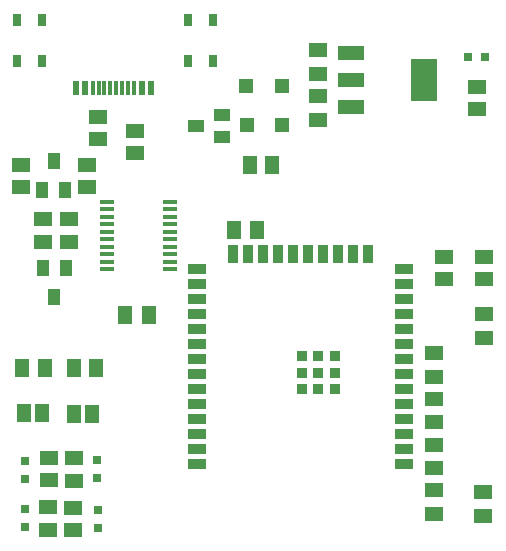
<source format=gbr>
G04 EAGLE Gerber RS-274X export*
G75*
%MOMM*%
%FSLAX34Y34*%
%LPD*%
%INSolderpaste Top*%
%IPPOS*%
%AMOC8*
5,1,8,0,0,1.08239X$1,22.5*%
G01*
G04 Define Apertures*
%ADD10R,0.600000X1.150000*%
%ADD11R,0.300000X1.150000*%
%ADD12R,2.235200X1.219200*%
%ADD13R,2.200000X3.600000*%
%ADD14R,1.500000X0.900000*%
%ADD15R,0.900000X1.500000*%
%ADD16R,0.900000X0.900000*%
%ADD17R,1.143000X0.381000*%
%ADD18R,1.500000X1.300000*%
%ADD19R,1.300000X1.500000*%
%ADD20R,1.400000X1.000000*%
%ADD21R,1.270000X1.270000*%
%ADD22R,1.600000X1.300000*%
%ADD23R,1.300000X1.600000*%
%ADD24R,0.800000X0.800000*%
%ADD25R,1.168400X1.600200*%
%ADD26R,1.000000X1.400000*%
%ADD27R,0.650000X1.050000*%
D10*
X127900Y425650D03*
X63900Y425650D03*
X119900Y425650D03*
X71900Y425650D03*
D11*
X93400Y425650D03*
X98400Y425650D03*
X88400Y425650D03*
X83400Y425650D03*
X78400Y425650D03*
X103400Y425650D03*
X108400Y425650D03*
X113400Y425650D03*
D12*
X296862Y455614D03*
X296862Y432500D03*
X296862Y409386D03*
D13*
X358840Y432500D03*
D14*
X341900Y107276D03*
X341900Y119976D03*
X341900Y132676D03*
X341900Y145376D03*
X341900Y158076D03*
X341900Y170776D03*
X341900Y183476D03*
X341900Y196176D03*
X341900Y208876D03*
X341900Y221576D03*
X341900Y234276D03*
X341900Y246976D03*
X341900Y259676D03*
X341900Y272376D03*
D15*
X311550Y284876D03*
X298850Y284876D03*
X286150Y284876D03*
X273450Y284876D03*
X260750Y284876D03*
X248050Y284876D03*
X235350Y284876D03*
X222650Y284876D03*
X209950Y284876D03*
X197250Y284876D03*
D14*
X166900Y272376D03*
X166900Y259676D03*
X166900Y246976D03*
X166900Y234276D03*
X166900Y221576D03*
X166900Y208876D03*
X166900Y196176D03*
X166900Y183476D03*
X166900Y170776D03*
X166900Y158076D03*
X166900Y145376D03*
X166900Y132676D03*
X166900Y119976D03*
X166900Y107276D03*
D16*
X283400Y170476D03*
X269400Y170476D03*
X255400Y170476D03*
X283400Y184476D03*
X269400Y184476D03*
X255400Y184476D03*
X283400Y198476D03*
X269400Y198476D03*
X255400Y198476D03*
D17*
X90717Y297725D03*
X90717Y304075D03*
X90717Y310425D03*
X90717Y316775D03*
X90717Y323125D03*
X90717Y329475D03*
X90717Y291375D03*
X90717Y285025D03*
X90717Y278675D03*
X90717Y272325D03*
X144311Y304075D03*
X144311Y297725D03*
X144311Y291375D03*
X144311Y285025D03*
X144311Y278675D03*
X144311Y272325D03*
X144311Y310425D03*
X144311Y316775D03*
X144311Y323125D03*
X144311Y329475D03*
D18*
X114300Y370660D03*
X114300Y389660D03*
X83100Y382300D03*
X83100Y401300D03*
D19*
X211400Y360900D03*
X230400Y360900D03*
D20*
X165600Y393524D03*
X187600Y403024D03*
X187600Y384024D03*
D21*
X238600Y427500D03*
X208600Y427500D03*
D22*
X269000Y398734D03*
X269000Y418734D03*
X268840Y437900D03*
X268840Y457900D03*
D23*
X105950Y233160D03*
X125950Y233160D03*
D18*
X41400Y93660D03*
X41400Y112660D03*
X62900Y93400D03*
X62900Y112400D03*
D24*
X21100Y109900D03*
X21100Y94900D03*
X82300Y110900D03*
X82300Y95900D03*
D19*
X81200Y188900D03*
X62200Y188900D03*
X37660Y188660D03*
X18660Y188660D03*
D25*
X62680Y150100D03*
X77920Y150100D03*
X20680Y150300D03*
X35920Y150300D03*
D18*
X403500Y407800D03*
X403500Y426800D03*
D24*
X410800Y451840D03*
X395800Y451840D03*
D22*
X367500Y123700D03*
X367500Y103700D03*
X367300Y65300D03*
X367300Y85300D03*
X409100Y63300D03*
X409100Y83300D03*
D19*
X217200Y305600D03*
X198200Y305600D03*
D18*
X410100Y263800D03*
X410100Y282800D03*
X375600Y263800D03*
X375600Y282800D03*
D22*
X367276Y142700D03*
X367276Y162700D03*
X367200Y201300D03*
X367200Y181300D03*
D26*
X45340Y363700D03*
X54840Y339700D03*
X35840Y339700D03*
X46000Y249100D03*
X36500Y273100D03*
X55500Y273100D03*
D18*
X36660Y314500D03*
X36660Y295500D03*
X58200Y314500D03*
X58200Y295500D03*
X73340Y360676D03*
X73340Y341676D03*
X17660Y360500D03*
X17660Y341500D03*
D27*
X14410Y449000D03*
X14410Y483650D03*
X35410Y449000D03*
X35410Y483650D03*
X159000Y448940D03*
X159000Y483590D03*
X180000Y448940D03*
X180000Y483590D03*
D18*
X62024Y51340D03*
X62024Y70340D03*
D24*
X83000Y68500D03*
X83000Y53500D03*
D18*
X40976Y51660D03*
X40976Y70660D03*
D24*
X21185Y69160D03*
X21185Y54160D03*
D22*
X410000Y234000D03*
X410000Y214000D03*
D21*
X238820Y394200D03*
X208820Y394200D03*
M02*

</source>
